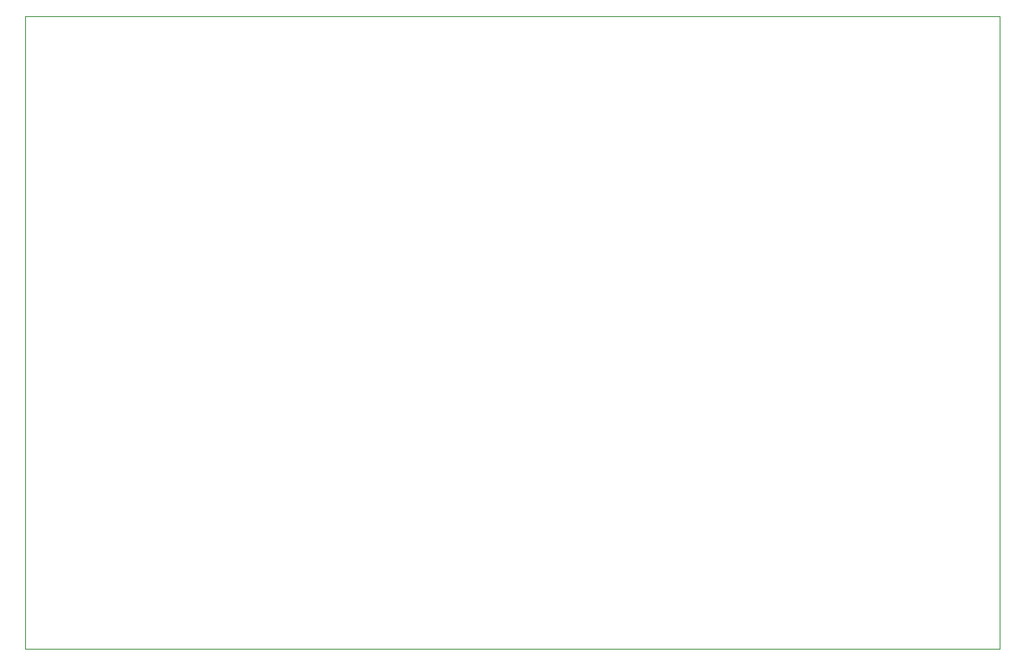
<source format=gbr>
G04 (created by PCBNEW (2013-07-07 BZR 4022)-stable) date 2/6/2014 2:53:56 PM*
%MOIN*%
G04 Gerber Fmt 3.4, Leading zero omitted, Abs format*
%FSLAX34Y34*%
G01*
G70*
G90*
G04 APERTURE LIST*
%ADD10C,0.007*%
%ADD11C,0.00393701*%
G04 APERTURE END LIST*
G54D10*
G54D11*
X0Y26000D02*
X0Y0D01*
X40000Y26000D02*
X0Y26000D01*
X40000Y0D02*
X40000Y26000D01*
X0Y0D02*
X40000Y0D01*
M02*

</source>
